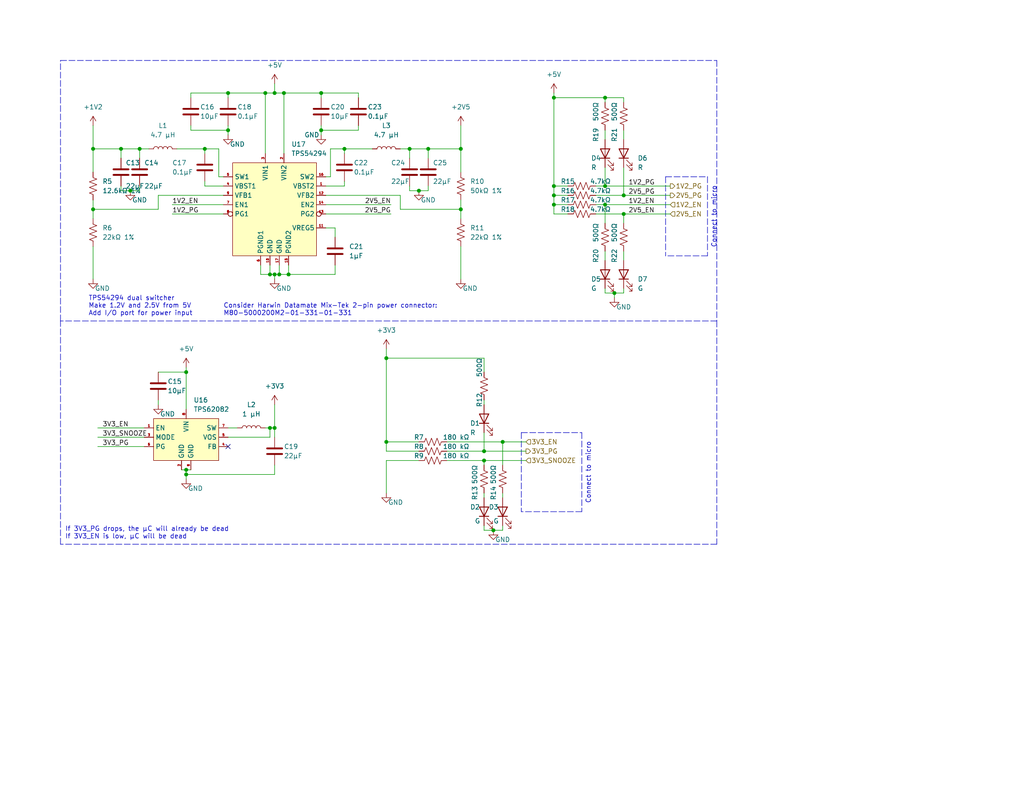
<source format=kicad_sch>
(kicad_sch (version 20211123) (generator eeschema)
  (paper "USLetter")
  (title_block (title "FOXSI-4 Plenum Board") (rev "1") (company "University of Minnesota") (comment 1 "Author: Thanasi Pantazides, panta013@umn.edu"))
  (lib_symbols
    (symbol "Device:C" (pin_numbers hide) (pin_names (offset 0.254))
      (property "Reference" "C" (at 0.635 2.54 0))
      (property "Value" "C" (at 0.635 -2.54 0))
      (symbol "C_0_1"
        (polyline (pts (xy -2.032 -0.762) (xy 2.032 -0.762)) (stroke (width 0.508)))
        (polyline (pts (xy -2.032 0.762) (xy 2.032 0.762)) (stroke (width 0.508)))
      )
      (symbol "C_1_1"
        (pin passive line (at 0 3.81 270) (length 2.794) (name "~") (number "1"))
        (pin passive line (at 0 -3.81 90) (length 2.794) (name "~") (number "2"))
      )
    )
    (symbol "Device:L" (pin_numbers hide) (pin_names (offset 1.016) hide)
      (property "Reference" "L" (at -1.27 0 90))
      (property "Value" "L" (at 1.905 0 90))
      (symbol "L_0_1"
        (arc (start 0 -2.54) (mid 0.635 -1.905) (end 0 -1.27))
        (arc (start 0 -1.27) (mid 0.635 -0.635) (end 0 0))
        (arc (start 0 0) (mid 0.635 0.635) (end 0 1.27))
        (arc (start 0 1.27) (mid 0.635 1.905) (end 0 2.54))
      )
      (symbol "L_1_1"
        (pin passive line (at 0 3.81 270) (length 1.27) (name "1") (number "1"))
        (pin passive line (at 0 -3.81 90) (length 1.27) (name "2") (number "2"))
      )
    )
    (symbol "Device:LED" (pin_numbers hide) (pin_names (offset 1.016) hide)
      (property "Reference" "D" (at 0 2.54 0))
      (property "Value" "LED" (at 0 -2.54 0))
      (symbol "LED_0_1"
        (polyline (pts (xy -1.27 -1.27) (xy -1.27 1.27)) (stroke (width 0.254)))
        (polyline (pts (xy -1.27 0) (xy 1.27 0)))
        (polyline (pts (xy 1.27 -1.27) (xy 1.27 1.27) (xy -1.27 0) (xy 1.27 -1.27)) (stroke (width 0.254)))
        (polyline (pts (xy -3.048 -0.762) (xy -4.572 -2.286) (xy -3.81 -2.286) (xy -4.572 -2.286) (xy -4.572 -1.524)))
        (polyline (pts (xy -1.778 -0.762) (xy -3.302 -2.286) (xy -2.54 -2.286) (xy -3.302 -2.286) (xy -3.302 -1.524)))
      )
      (symbol "LED_1_1"
        (pin passive line (at -3.81 0 0) (length 2.54) (name "K") (number "1"))
        (pin passive line (at 3.81 0 180) (length 2.54) (name "A") (number "2"))
      )
    )
    (symbol "Device:R_US" (pin_numbers hide) (pin_names (offset 0))
      (property "Reference" "R" (at 2.54 0 90))
      (property "Value" "R_US" (at -2.54 0 90))
      (symbol "R_US_0_1"
        (polyline (pts (xy 0 -2.286) (xy 0 -2.54)))
        (polyline (pts (xy 0 2.286) (xy 0 2.54)))
        (polyline (pts (xy 0 -0.762) (xy 1.016 -1.143) (xy 0 -1.524) (xy -1.016 -1.905) (xy 0 -2.286)))
        (polyline (pts (xy 0 0.762) (xy 1.016 0.381) (xy 0 0) (xy -1.016 -0.381) (xy 0 -0.762)))
        (polyline (pts (xy 0 2.286) (xy 1.016 1.905) (xy 0 1.524) (xy -1.016 1.143) (xy 0 0.762)))
      )
      (symbol "R_US_1_1"
        (pin passive line (at 0 3.81 270) (length 1.27) (name "~") (number "1"))
        (pin passive line (at 0 -3.81 90) (length 1.27) (name "~") (number "2"))
      )
    )
    (symbol "Regulator_Switching:TPS54294"
      (property "Reference" "U" (at 10.16 2.54 0))
      (property "Value" "TPS54294" (at 11.43 -26.67 0))
      (symbol "TPS54294_0_1"
        (rectangle (start -11.43 0) (end 11.43 -25.4) (fill (type background)))
      )
      (symbol "TPS54294_1_1"
        (pin passive line (at 13.97 -6.35 180) (length 2.54) (name "VBST2") (number "1"))
        (pin passive line (at -1.27 -27.94 90) (length 2.54) (name "GND") (number "10"))
        (pin passive line (at 13.97 -17.78 180) (length 2.54) (name "VREG5") (number "11"))
        (pin passive line (at 13.97 -8.89 180) (length 2.54) (name "VFB2") (number "12"))
        (pin output inverted (at 13.97 -13.97 180) (length 2.54) (name "PG2") (number "13"))
        (pin input line (at 13.97 -11.43 180) (length 2.54) (name "EN2") (number "14"))
        (pin passive line (at 3.81 -27.94 90) (length 2.54) (name "PGND2") (number "15"))
        (pin open_collector line (at 13.97 -3.81 180) (length 2.54) (name "SW2") (number "16"))
        (pin passive line (at 1.27 -27.94 90) (length 2.54) (name "GND") (number "17"))
        (pin power_in line (at 2.54 2.54 270) (length 2.54) (name "VIN2") (number "2"))
        (pin power_in line (at -2.54 2.54 270) (length 2.54) (name "VIN1") (number "3"))
        (pin passive line (at -13.97 -6.35 0) (length 2.54) (name "VBST1") (number "4"))
        (pin open_collector line (at -13.97 -3.81 0) (length 2.54) (name "SW1") (number "5"))
        (pin passive line (at -3.81 -27.94 90) (length 2.54) (name "PGND1") (number "6"))
        (pin input line (at -13.97 -11.43 0) (length 2.54) (name "EN1") (number "7"))
        (pin output inverted (at -13.97 -13.97 0) (length 2.54) (name "PG1") (number "8"))
        (pin passive line (at -13.97 -8.89 0) (length 2.54) (name "VFB1") (number "9"))
      )
    )
    (symbol "Regulator_Switching:TPS62082"
      (property "Reference" "U" (at -7.62 3.81 0))
      (property "Value" "TPS62082" (at 5.08 3.81 0))
      (symbol "TPS62082_0_1"
        (rectangle (start -8.89 2.54) (end 8.89 -8.89) (fill (type background)))
      )
      (symbol "TPS62082_1_1"
        (pin input line (at -11.43 0 0) (length 2.54) (name "EN") (number "1"))
        (pin passive line (at -1.27 -11.43 90) (length 2.54) (name "GND") (number "2"))
        (pin input line (at -11.43 -2.54 0) (length 2.54) (name "MODE") (number "3"))
        (pin input line (at 11.43 -5.08 180) (length 2.54) (name "FB") (number "4"))
        (pin input line (at 11.43 -2.54 180) (length 2.54) (name "VOS") (number "5"))
        (pin output line (at -11.43 -5.08 0) (length 2.54) (name "PG") (number "6"))
        (pin output line (at 11.43 0 180) (length 2.54) (name "SW") (number "7"))
        (pin power_in line (at 0 5.08 270) (length 2.54) (name "VIN") (number "8"))
        (pin passive line (at 1.27 -11.43 90) (length 2.54) (name "GND") (number "9"))
      )
    )
    (symbol "power:+1V2" (power) (pin_names (offset 0))
      (property "Value" "+1V2" (at 0 3.556 0))
      (symbol "+1V2_0_1"
        (polyline (pts (xy -0.762 1.27) (xy 0 2.54)))
        (polyline (pts (xy 0 0) (xy 0 2.54)))
        (polyline (pts (xy 0 2.54) (xy 0.762 1.27)))
      )
      (symbol "+1V2_1_1"
        (pin power_in line (at 0 0 90) (length 0) hide (name "+1V2") (number "1"))
      )
    )
    (symbol "power:+2V5" (power) (pin_names (offset 0))
      (property "Value" "+2V5" (at 0 3.556 0))
      (symbol "+2V5_0_1"
        (polyline (pts (xy -0.762 1.27) (xy 0 2.54)))
        (polyline (pts (xy 0 0) (xy 0 2.54)))
        (polyline (pts (xy 0 2.54) (xy 0.762 1.27)))
      )
      (symbol "+2V5_1_1"
        (pin power_in line (at 0 0 90) (length 0) hide (name "+2V5") (number "1"))
      )
    )
    (symbol "power:+3V3" (power) (pin_names (offset 0))
      (property "Value" "+3V3" (at 0 3.556 0))
      (symbol "+3V3_0_1"
        (polyline (pts (xy -0.762 1.27) (xy 0 2.54)))
        (polyline (pts (xy 0 0) (xy 0 2.54)))
        (polyline (pts (xy 0 2.54) (xy 0.762 1.27)))
      )
      (symbol "+3V3_1_1"
        (pin power_in line (at 0 0 90) (length 0) hide (name "+3V3") (number "1"))
      )
    )
    (symbol "power:+5V" (power) (pin_names (offset 0))
      (property "Value" "+5V" (at 0 3.556 0))
      (symbol "+5V_0_1"
        (polyline (pts (xy -0.762 1.27) (xy 0 2.54)))
        (polyline (pts (xy 0 0) (xy 0 2.54)))
        (polyline (pts (xy 0 2.54) (xy 0.762 1.27)))
      )
      (symbol "+5V_1_1"
        (pin power_in line (at 0 0 90) (length 0) hide (name "+5V") (number "1"))
      )
    )
    (symbol "power:GND" (power) (pin_names (offset 0))
      (property "Value" "GND" (at 0 -3.81 0))
      (symbol "GND_0_1"
        (polyline (pts (xy 0 0) (xy 0 -1.27) (xy 1.27 -1.27) (xy 0 -2.54) (xy -1.27 -1.27) (xy 0 -1.27)))
      )
      (symbol "GND_1_1"
        (pin power_in line (at 0 0 270) (length 0) hide (name "GND") (number "1"))
      )
    )
  )
  (junction (at 77.47 25.4))
  (junction (at 125.73 40.64))
  (junction (at 25.4 57.15))
  (junction (at 78.74 74.93))
  (junction (at 50.8 101.6))
  (junction (at 105.41 120.65))
  (junction (at 35.56 52.07))
  (junction (at 165.1 26.67))
  (junction (at 76.2 74.93))
  (junction (at 165.1 50.8))
  (junction (at 132.08 125.73))
  (junction (at 111.76 40.64))
  (junction (at 167.64 80.01))
  (junction (at 50.8 128.27))
  (junction (at 116.84 40.64))
  (junction (at 38.1 40.64))
  (junction (at 74.93 74.93))
  (junction (at 134.62 144.78))
  (junction (at 62.23 35.56))
  (junction (at 151.13 53.34))
  (junction (at 25.4 40.64))
  (junction (at 93.98 40.64))
  (junction (at 73.66 116.84))
  (junction (at 170.18 58.42))
  (junction (at 151.13 26.67))
  (junction (at 137.16 120.65))
  (junction (at 151.13 50.8))
  (junction (at 165.1 55.88))
  (junction (at 114.3 52.07))
  (junction (at 87.63 25.4))
  (junction (at 74.93 25.4))
  (junction (at 72.39 25.4))
  (junction (at 33.02 40.64))
  (junction (at 170.18 53.34))
  (junction (at 105.41 97.79))
  (junction (at 151.13 55.88))
  (junction (at 73.66 74.93))
  (junction (at 55.88 40.64))
  (junction (at 87.63 35.56))
  (junction (at 50.8 129.54))
  (junction (at 132.08 123.19))
  (junction (at 74.93 116.84))
  (junction (at 125.73 57.15))
  (junction (at 62.23 25.4))
  (no_connect (at 62.23 121.92))
  (wire (pts (xy 87.63 25.4) (xy 97.79 25.4)))
  (wire (pts (xy 132.08 127) (xy 132.08 125.73)))
  (wire (pts (xy 151.13 55.88) (xy 151.13 58.42)))
  (wire (pts (xy 93.98 40.64) (xy 101.6 40.64)))
  (wire (pts (xy 33.02 40.64) (xy 33.02 43.18)))
  (wire (pts (xy 170.18 80.01) (xy 170.18 78.74)))
  (wire (pts (xy 170.18 58.42) (xy 170.18 60.96)))
  (wire (pts (xy 71.12 74.93) (xy 73.66 74.93)))
  (wire (pts (xy 137.16 120.65) (xy 143.51 120.65)))
  (wire (pts (xy 33.02 52.07) (xy 35.56 52.07)))
  (wire (pts (xy 125.73 40.64) (xy 125.73 46.99)))
  (wire (pts (xy 48.26 40.64) (xy 55.88 40.64)))
  (wire (pts (xy 125.73 67.31) (xy 125.73 76.2)))
  (wire (pts (xy 132.08 101.6) (xy 132.08 97.79)))
  (wire (pts (xy 74.93 25.4) (xy 77.47 25.4)))
  (wire (pts (xy 52.07 34.29) (xy 52.07 35.56)))
  (wire (pts (xy 151.13 53.34) (xy 151.13 55.88)))
  (wire (pts (xy 33.02 40.64) (xy 25.4 40.64)))
  (wire (pts (xy 62.23 25.4) (xy 62.23 26.67)))
  (wire (pts (xy 132.08 109.22) (xy 132.08 110.49)))
  (wire (pts (xy 73.66 116.84) (xy 74.93 116.84)))
  (wire (pts (xy 109.22 53.34) (xy 109.22 57.15)))
  (wire (pts (xy 170.18 27.94) (xy 170.18 26.67)))
  (wire (pts (xy 111.76 40.64) (xy 111.76 43.18)))
  (wire (pts (xy 162.56 53.34) (xy 170.18 53.34)))
  (wire (pts (xy 91.44 72.39) (xy 91.44 74.93)))
  (wire (pts (xy 151.13 53.34) (xy 154.94 53.34)))
  (wire (pts (xy 111.76 52.07) (xy 114.3 52.07)))
  (wire (pts (xy 74.93 74.93) (xy 73.66 74.93)))
  (wire (pts (xy 72.39 25.4) (xy 72.39 41.91)))
  (wire (pts (xy 116.84 40.64) (xy 116.84 43.18)))
  (wire (pts (xy 52.07 26.67) (xy 52.07 25.4)))
  (wire (pts (xy 109.22 40.64) (xy 111.76 40.64)))
  (wire (pts (xy 76.2 72.39) (xy 76.2 74.93)))
  (wire (pts (xy 170.18 35.56) (xy 170.18 38.1)))
  (wire (pts (xy 165.1 80.01) (xy 167.64 80.01)))
  (wire (pts (xy 105.41 97.79) (xy 105.41 120.65)))
  (wire (pts (xy 50.8 128.27) (xy 50.8 129.54)))
  (wire (pts (xy 50.8 129.54) (xy 50.8 130.81)))
  (polyline (pts (xy 142.24 118.11) (xy 158.75 118.11)))
  (wire (pts (xy 71.12 72.39) (xy 71.12 74.93)))
  (wire (pts (xy 165.1 78.74) (xy 165.1 80.01)))
  (wire (pts (xy 43.18 53.34) (xy 60.96 53.34)))
  (wire (pts (xy 43.18 109.22) (xy 43.18 110.49)))
  (wire (pts (xy 105.41 125.73) (xy 105.41 134.62)))
  (wire (pts (xy 52.07 35.56) (xy 62.23 35.56)))
  (wire (pts (xy 165.1 35.56) (xy 165.1 38.1)))
  (wire (pts (xy 55.88 40.64) (xy 55.88 41.91)))
  (wire (pts (xy 170.18 68.58) (xy 170.18 71.12)))
  (polyline (pts (xy 195.58 87.63) (xy 16.51 87.63)))
  (wire (pts (xy 55.88 49.53) (xy 55.88 50.8)))
  (wire (pts (xy 125.73 57.15) (xy 125.73 59.69)))
  (polyline (pts (xy 16.51 148.59) (xy 16.51 87.63)))
  (wire (pts (xy 78.74 72.39) (xy 78.74 74.93)))
  (wire (pts (xy 87.63 35.56) (xy 97.79 35.56)))
  (wire (pts (xy 165.1 55.88) (xy 182.88 55.88)))
  (wire (pts (xy 165.1 68.58) (xy 165.1 71.12)))
  (wire (pts (xy 43.18 57.15) (xy 43.18 53.34)))
  (polyline (pts (xy 195.58 16.51) (xy 195.58 87.63)))
  (wire (pts (xy 125.73 40.64) (xy 125.73 34.29)))
  (polyline (pts (xy 181.61 48.26) (xy 193.04 48.26)))
  (wire (pts (xy 151.13 58.42) (xy 154.94 58.42)))
  (wire (pts (xy 151.13 55.88) (xy 154.94 55.88)))
  (wire (pts (xy 59.69 40.64) (xy 59.69 48.26)))
  (wire (pts (xy 116.84 40.64) (xy 125.73 40.64)))
  (wire (pts (xy 38.1 40.64) (xy 33.02 40.64)))
  (wire (pts (xy 170.18 53.34) (xy 182.88 53.34)))
  (wire (pts (xy 49.53 128.27) (xy 50.8 128.27)))
  (wire (pts (xy 74.93 119.38) (xy 74.93 116.84)))
  (wire (pts (xy 111.76 40.64) (xy 116.84 40.64)))
  (wire (pts (xy 87.63 25.4) (xy 87.63 26.67)))
  (wire (pts (xy 90.17 48.26) (xy 90.17 40.64)))
  (wire (pts (xy 162.56 55.88) (xy 165.1 55.88)))
  (wire (pts (xy 74.93 110.49) (xy 74.93 116.84)))
  (wire (pts (xy 62.23 25.4) (xy 72.39 25.4)))
  (wire (pts (xy 162.56 50.8) (xy 165.1 50.8)))
  (wire (pts (xy 93.98 49.53) (xy 93.98 50.8)))
  (wire (pts (xy 116.84 52.07) (xy 116.84 50.8)))
  (wire (pts (xy 50.8 128.27) (xy 52.07 128.27)))
  (wire (pts (xy 72.39 116.84) (xy 73.66 116.84)))
  (wire (pts (xy 132.08 123.19) (xy 143.51 123.19)))
  (wire (pts (xy 26.67 121.92) (xy 39.37 121.92)))
  (wire (pts (xy 25.4 54.61) (xy 25.4 57.15)))
  (wire (pts (xy 151.13 50.8) (xy 154.94 50.8)))
  (wire (pts (xy 77.47 25.4) (xy 87.63 25.4)))
  (wire (pts (xy 151.13 25.4) (xy 151.13 26.67)))
  (wire (pts (xy 26.67 116.84) (xy 39.37 116.84)))
  (wire (pts (xy 109.22 57.15) (xy 125.73 57.15)))
  (wire (pts (xy 88.9 53.34) (xy 109.22 53.34)))
  (wire (pts (xy 25.4 57.15) (xy 43.18 57.15)))
  (wire (pts (xy 76.2 74.93) (xy 74.93 74.93)))
  (wire (pts (xy 132.08 125.73) (xy 143.51 125.73)))
  (wire (pts (xy 165.1 50.8) (xy 182.88 50.8)))
  (wire (pts (xy 121.92 125.73) (xy 132.08 125.73)))
  (wire (pts (xy 87.63 35.56) (xy 87.63 36.83)))
  (wire (pts (xy 151.13 26.67) (xy 151.13 50.8)))
  (wire (pts (xy 55.88 40.64) (xy 59.69 40.64)))
  (polyline (pts (xy 158.75 118.11) (xy 158.75 139.7)))
  (wire (pts (xy 132.08 118.11) (xy 132.08 123.19)))
  (wire (pts (xy 105.41 120.65) (xy 105.41 123.19)))
  (wire (pts (xy 50.8 100.33) (xy 50.8 101.6)))
  (wire (pts (xy 125.73 54.61) (xy 125.73 57.15)))
  (wire (pts (xy 60.96 55.88) (xy 46.99 55.88)))
  (wire (pts (xy 25.4 67.31) (xy 25.4 76.2)))
  (wire (pts (xy 73.66 74.93) (xy 73.66 72.39)))
  (wire (pts (xy 88.9 55.88) (xy 106.68 55.88)))
  (polyline (pts (xy 195.58 87.63) (xy 195.58 148.59)))
  (wire (pts (xy 91.44 64.77) (xy 91.44 62.23)))
  (wire (pts (xy 121.92 120.65) (xy 137.16 120.65)))
  (wire (pts (xy 62.23 35.56) (xy 62.23 36.83)))
  (wire (pts (xy 59.69 48.26) (xy 60.96 48.26)))
  (wire (pts (xy 121.92 123.19) (xy 132.08 123.19)))
  (polyline (pts (xy 181.61 48.26) (xy 181.61 69.85)))
  (wire (pts (xy 97.79 34.29) (xy 97.79 35.56)))
  (wire (pts (xy 87.63 34.29) (xy 87.63 35.56)))
  (polyline (pts (xy 16.51 87.63) (xy 16.51 16.51)))
  (wire (pts (xy 137.16 134.62) (xy 137.16 135.89)))
  (wire (pts (xy 46.99 58.42) (xy 60.96 58.42)))
  (wire (pts (xy 93.98 50.8) (xy 88.9 50.8)))
  (wire (pts (xy 137.16 120.65) (xy 137.16 127)))
  (wire (pts (xy 88.9 48.26) (xy 90.17 48.26)))
  (wire (pts (xy 50.8 101.6) (xy 50.8 111.76)))
  (wire (pts (xy 132.08 134.62) (xy 132.08 135.89)))
  (wire (pts (xy 74.93 74.93) (xy 74.93 76.2)))
  (wire (pts (xy 74.93 127) (xy 74.93 129.54)))
  (wire (pts (xy 78.74 74.93) (xy 76.2 74.93)))
  (wire (pts (xy 33.02 50.8) (xy 33.02 52.07)))
  (wire (pts (xy 165.1 45.72) (xy 165.1 50.8)))
  (wire (pts (xy 62.23 34.29) (xy 62.23 35.56)))
  (wire (pts (xy 114.3 123.19) (xy 105.41 123.19)))
  (polyline (pts (xy 158.75 139.7) (xy 142.24 139.7)))
  (wire (pts (xy 88.9 58.42) (xy 106.68 58.42)))
  (wire (pts (xy 35.56 52.07) (xy 38.1 52.07)))
  (wire (pts (xy 74.93 129.54) (xy 50.8 129.54)))
  (wire (pts (xy 90.17 40.64) (xy 93.98 40.64)))
  (wire (pts (xy 38.1 52.07) (xy 38.1 50.8)))
  (wire (pts (xy 25.4 40.64) (xy 25.4 34.29)))
  (wire (pts (xy 137.16 144.78) (xy 134.62 144.78)))
  (polyline (pts (xy 195.58 148.59) (xy 16.51 148.59)))
  (polyline (pts (xy 193.04 69.85) (xy 181.61 69.85)))
  (wire (pts (xy 170.18 26.67) (xy 165.1 26.67)))
  (wire (pts (xy 165.1 55.88) (xy 165.1 60.96)))
  (wire (pts (xy 151.13 26.67) (xy 165.1 26.67)))
  (wire (pts (xy 91.44 62.23) (xy 88.9 62.23)))
  (wire (pts (xy 165.1 27.94) (xy 165.1 26.67)))
  (wire (pts (xy 50.8 101.6) (xy 43.18 101.6)))
  (polyline (pts (xy 16.51 16.51) (xy 195.58 16.51)))
  (wire (pts (xy 73.66 119.38) (xy 73.66 116.84)))
  (wire (pts (xy 116.84 52.07) (xy 114.3 52.07)))
  (wire (pts (xy 40.64 40.64) (xy 38.1 40.64)))
  (wire (pts (xy 26.67 119.38) (xy 39.37 119.38)))
  (wire (pts (xy 105.41 95.25) (xy 105.41 97.79)))
  (wire (pts (xy 62.23 116.84) (xy 64.77 116.84)))
  (wire (pts (xy 72.39 25.4) (xy 74.93 25.4)))
  (wire (pts (xy 114.3 120.65) (xy 105.41 120.65)))
  (wire (pts (xy 170.18 45.72) (xy 170.18 53.34)))
  (wire (pts (xy 170.18 58.42) (xy 182.88 58.42)))
  (wire (pts (xy 137.16 143.51) (xy 137.16 144.78)))
  (wire (pts (xy 91.44 74.93) (xy 78.74 74.93)))
  (wire (pts (xy 114.3 125.73) (xy 105.41 125.73)))
  (wire (pts (xy 93.98 40.64) (xy 93.98 41.91)))
  (wire (pts (xy 25.4 40.64) (xy 25.4 46.99)))
  (wire (pts (xy 52.07 25.4) (xy 62.23 25.4)))
  (wire (pts (xy 132.08 143.51) (xy 132.08 144.78)))
  (polyline (pts (xy 193.04 48.26) (xy 193.04 69.85)))
  (wire (pts (xy 77.47 25.4) (xy 77.47 41.91)))
  (wire (pts (xy 167.64 80.01) (xy 170.18 80.01)))
  (wire (pts (xy 134.62 144.78) (xy 132.08 144.78)))
  (wire (pts (xy 167.64 81.28) (xy 167.64 80.01)))
  (wire (pts (xy 111.76 50.8) (xy 111.76 52.07)))
  (wire (pts (xy 55.88 50.8) (xy 60.96 50.8)))
  (wire (pts (xy 25.4 59.69) (xy 25.4 57.15)))
  (wire (pts (xy 151.13 50.8) (xy 151.13 53.34)))
  (wire (pts (xy 162.56 58.42) (xy 170.18 58.42)))
  (wire (pts (xy 38.1 40.64) (xy 38.1 43.18)))
  (wire (pts (xy 62.23 119.38) (xy 73.66 119.38)))
  (wire (pts (xy 132.08 97.79) (xy 105.41 97.79)))
  (polyline (pts (xy 142.24 118.11) (xy 142.24 139.7)))
  (wire (pts (xy 74.93 22.86) (xy 74.93 25.4)))
  (wire (pts (xy 97.79 25.4) (xy 97.79 26.67)))
  (text "TPS54294 dual switcher\nMake 1.2V and 2.5V from 5V\nAdd I/O port for power input\n" (at 24.13 86.36 0) (effects (font (size 1.27 1.27)) (justify left bottom)))
  (text "Connect to micro" (at 161.29 120.65 270) (effects (font (size 1.27 1.27)) (justify right bottom)))
  (text "Connect to micro" (at 195.58 50.8 270) (effects (font (size 1.27 1.27)) (justify right bottom)))
  (text "Consider Harwin Datamate Mix-Tek 2-pin power connector:\nM80-5000200M2-01-331-01-331" (at 60.96 86.36 0) (effects (font (size 1.27 1.27)) (justify left bottom)))
  (text "If 3V3_PG drops, the µC will already be dead\nIf 3V3_EN is low, µC will be dead" (at 17.78 147.32 0) (effects (font (size 1.27 1.27)) (justify left bottom)))
  (label "3V3_PG" (at 27.94 121.92 0))
  (label "2V5_EN" (at 171.45 58.42 0))
  (label "1V2_PG" (at 171.45 50.8 0))
  (label "1V2_EN" (at 46.99 55.88 0))
  (label "3V3_SNOOZE" (at 27.94 119.38 0))
  (label "2V5_EN" (at 106.68 55.88 180))
  (label "1V2_EN" (at 171.45 55.88 0))
  (label "3V3_EN" (at 27.94 116.84 0))
  (label "1V2_PG" (at 46.99 58.42 0))
  (label "2V5_PG" (at 171.45 53.34 0))
  (label "2V5_PG" (at 106.68 58.42 180))
  (hierarchical_label "1V2_PG" (shape output) (at 182.88 50.8 0))
  (hierarchical_label "3V3_PG" (shape output) (at 143.51 123.19 0))
  (hierarchical_label "1V2_EN" (shape input) (at 182.88 55.88 0))
  (hierarchical_label "3V3_EN" (shape input) (at 143.51 120.65 0))
  (hierarchical_label "3V3_SNOOZE" (shape input) (at 143.51 125.73 0))
  (hierarchical_label "2V5_PG" (shape output) (at 182.88 53.34 0))
  (hierarchical_label "2V5_EN" (shape input) (at 182.88 58.42 0))
  (symbol (lib_id "Device:R_US") (at 158.75 50.8 90) (unit 1)
    (property "Reference" "R15" (at 154.94 49.53 90))
    (property "Value" "4.7kΩ" (at 163.83 49.53 90))
    (property "Footprint" "Resistor_SMD:R_0603_1608Metric" (effects hide))
  )
  (symbol (lib_id "Device:LED") (at 170.18 41.91 90) (unit 1)
    (property "Reference" "D6" (at 173.99 43.18 90) (effects (justify right)))
    (property "Value" "R" (at 173.99 45.72 90) (effects (justify right)))
  )
  (symbol (lib_id "power:+5V") (at 50.8 100.33 0) (unit 1)
    (property "Reference" "#PWR0150" (effects hide))
    (property "Value" "+5V" (at 50.8 95.25 0))
  )
  (symbol (lib_id "Device:R_US") (at 158.75 55.88 90) (unit 1)
    (property "Reference" "R17" (at 154.94 54.61 90))
    (property "Value" "4.7kΩ" (at 163.83 54.61 90))
    (property "Footprint" "Resistor_SMD:R_0603_1608Metric" (effects hide))
  )
  (symbol (lib_id "Device:C") (at 55.88 45.72 180) (unit 1)
    (property "Reference" "C17" (at 46.99 44.45 0) (effects (justify right)))
    (property "Value" "0.1µF" (at 46.99 46.99 0) (effects (justify right)))
    (property "Footprint" "Capacitor_SMD:C_0402_1005Metric" (effects hide))
  )
  (symbol (lib_id "power:+1V2") (at 25.4 34.29 0) (unit 1)
    (property "Reference" "#PWR0152" (effects hide))
    (property "Value" "+1V2" (at 25.4 29.21 0))
  )
  (symbol (lib_id "Device:LED") (at 137.16 139.7 90) (unit 1)
    (property "Reference" "D3" (at 133.35 138.43 90) (effects (justify right)))
    (property "Value" "G" (at 134.62 142.24 90) (effects (justify right)))
  )
  (symbol (lib_id "Device:R_US") (at 137.16 130.81 0) (unit 1)
    (property "Reference" "R14" (at 134.62 134.62 90))
    (property "Value" "500Ω" (at 134.62 129.54 90))
    (property "Footprint" "Resistor_SMD:R_0603_1608Metric" (effects hide))
  )
  (symbol (lib_id "Device:C") (at 97.79 30.48 180) (unit 1)
    (property "Reference" "C23" (at 100.33 29.21 0) (effects (justify right)))
    (property "Value" "0.1µF" (at 100.33 31.75 0) (effects (justify right)))
    (property "Footprint" "Capacitor_SMD:C_0402_1005Metric" (effects hide))
  )
  (symbol (lib_id "Device:C") (at 91.44 68.58 0) (unit 1)
    (property "Reference" "C21" (at 95.25 67.3099 0) (effects (justify left)))
    (property "Value" "1µF" (at 95.25 69.8499 0) (effects (justify left)))
    (property "Footprint" "Capacitor_SMD:C_0603_1608Metric" (effects hide))
  )
  (symbol (lib_id "power:GND") (at 74.93 76.2 0) (unit 1)
    (property "Reference" "#PWR0157" (effects hide))
    (property "Value" "GND" (at 77.47 78.74 0))
  )
  (symbol (lib_id "power:GND") (at 62.23 36.83 0) (unit 1)
    (property "Reference" "#PWR0163" (effects hide))
    (property "Value" "GND" (at 64.77 39.37 0))
  )
  (symbol (lib_id "power:+2V5") (at 125.73 34.29 0) (unit 1)
    (property "Reference" "#PWR0165" (effects hide))
    (property "Value" "+2V5" (at 125.73 29.21 0))
  )
  (symbol (lib_id "Device:R_US") (at 165.1 64.77 0) (unit 1)
    (property "Reference" "R20" (at 162.56 69.85 90))
    (property "Value" "500Ω" (at 162.56 63.5 90))
    (property "Footprint" "Resistor_SMD:R_0603_1608Metric" (effects hide))
  )
  (symbol (lib_id "Device:R_US") (at 170.18 31.75 0) (unit 1)
    (property "Reference" "R21" (at 167.64 36.83 90))
    (property "Value" "500Ω" (at 167.64 30.48 90))
    (property "Footprint" "Resistor_SMD:R_0603_1608Metric" (effects hide))
  )
  (symbol (lib_id "Device:C") (at 43.18 105.41 180) (unit 1)
    (property "Reference" "C15" (at 45.72 104.14 0) (effects (justify right)))
    (property "Value" "10µF" (at 45.72 106.68 0) (effects (justify right)))
    (property "Footprint" "Capacitor_SMD:C_0805_2012Metric" (effects hide))
  )
  (symbol (lib_id "power:GND") (at 50.8 130.81 0) (unit 1)
    (property "Reference" "#PWR0160" (effects hide))
    (property "Value" "GND" (at 53.34 133.35 0))
  )
  (symbol (lib_id "power:GND") (at 114.3 52.07 0) (unit 1)
    (property "Reference" "#PWR0167" (effects hide))
    (property "Value" "GND" (at 116.84 54.61 0))
  )
  (symbol (lib_id "Device:R_US") (at 125.73 50.8 0) (unit 1)
    (property "Reference" "R10" (at 128.27 49.5299 0) (effects (justify left)))
    (property "Value" "50kΩ 1%" (at 128.27 52.0699 0) (effects (justify left)))
    (property "Footprint" "Resistor_SMD:R_0603_1608Metric" (effects hide))
  )
  (symbol (lib_id "Device:R_US") (at 25.4 63.5 180) (unit 1)
    (property "Reference" "R6" (at 27.94 62.2299 0) (effects (justify right)))
    (property "Value" "22kΩ 1%" (at 27.94 64.7699 0) (effects (justify right)))
    (property "Footprint" "Resistor_SMD:R_0603_1608Metric" (effects hide))
  )
  (symbol (lib_id "Device:R_US") (at 132.08 130.81 0) (unit 1)
    (property "Reference" "R13" (at 129.54 134.62 90))
    (property "Value" "500Ω" (at 129.54 129.54 90))
    (property "Footprint" "Resistor_SMD:R_0603_1608Metric" (effects hide))
  )
  (symbol (lib_id "Device:R_US") (at 132.08 105.41 0) (unit 1)
    (property "Reference" "R12" (at 130.81 109.22 90))
    (property "Value" "500Ω" (at 130.81 100.33 90))
    (property "Footprint" "Resistor_SMD:R_0603_1608Metric" (effects hide))
  )
  (symbol (lib_id "Regulator_Switching:TPS62082") (at 50.8 116.84 0) (unit 1)
    (property "Reference" "U16" (at 52.8194 109.22 0) (effects (justify left)))
    (property "Value" "TPS62082" (at 52.8194 111.76 0) (effects (justify left)))
    (property "Footprint" "Package_SON:WSON-8-1EP_2x2mm_P0.5mm_EP0.9x1.6mm" (effects hide))
    (property "Datasheet" "https://www.ti.com/lit/ds/symlink/tps62080.pdf?HQS=dis-dk-null-digikeymode-dsf-pf-null-wwe&ts=1658501893964" (effects hide))
    (property "Digikey" "296-29647-1-ND" (effects hide))
  )
  (symbol (lib_id "Device:LED") (at 132.08 139.7 90) (unit 1)
    (property "Reference" "D2" (at 128.27 138.43 90) (effects (justify right)))
    (property "Value" "G" (at 129.54 142.24 90) (effects (justify right)))
  )
  (symbol (lib_id "power:GND") (at 35.56 52.07 0) (unit 1)
    (property "Reference" "#PWR0154" (effects hide))
    (property "Value" "GND" (at 38.1 54.61 0))
  )
  (symbol (lib_id "Device:C") (at 62.23 30.48 180) (unit 1)
    (property "Reference" "C18" (at 64.77 29.21 0) (effects (justify right)))
    (property "Value" "0.1µF" (at 64.77 31.75 0) (effects (justify right)))
    (property "Footprint" "Capacitor_SMD:C_0402_1005Metric" (effects hide))
  )
  (symbol (lib_id "Device:LED") (at 165.1 41.91 90) (unit 1)
    (property "Reference" "D4" (at 161.29 43.18 90) (effects (justify right)))
    (property "Value" "R" (at 161.29 45.72 90) (effects (justify right)))
    (property "Footprint" "Capacitor_SMD:C_0402_1005Metric" (effects hide))
  )
  (symbol (lib_id "Device:R_US") (at 25.4 50.8 180) (unit 1)
    (property "Reference" "R5" (at 27.94 49.5299 0) (effects (justify right)))
    (property "Value" "12.6kΩ 1%" (at 27.94 52.0699 0) (effects (justify right)))
    (property "Footprint" "Resistor_SMD:R_0603_1608Metric" (effects hide))
  )
  (symbol (lib_id "Device:C") (at 38.1 46.99 180) (unit 1)
    (property "Reference" "C14" (at 39.37 44.45 0) (effects (justify right)))
    (property "Value" "22µF" (at 39.37 50.8 0) (effects (justify right)))
    (property "Footprint" "Capacitor_SMD:C_1206_3216Metric" (effects hide))
  )
  (symbol (lib_id "Device:C") (at 33.02 46.99 180) (unit 1)
    (property "Reference" "C13" (at 34.29 44.45 0) (effects (justify right)))
    (property "Value" "22µF" (at 34.29 50.8 0) (effects (justify right)))
    (property "Footprint" "Capacitor_SMD:C_1206_3216Metric" (effects hide))
  )
  (symbol (lib_id "power:+3V3") (at 74.93 110.49 0) (unit 1)
    (property "Reference" "#PWR0159" (effects hide))
    (property "Value" "+3V3" (at 74.93 105.41 0))
  )
  (symbol (lib_id "Device:L") (at 105.41 40.64 90) (unit 1)
    (property "Reference" "L3" (at 105.41 34.29 90))
    (property "Value" "4.7 µH" (at 105.41 36.83 90))
    (property "Footprint" "Inductor_SMD:L_Wuerth_MAPI-4030" (effects hide))
    (property "Datasheet" "https://www.we-online.com/katalog/datasheet/74438357047.pdf" (effects hide))
    (property "Digikey" "732-11202-1-ND" (effects hide))
  )
  (symbol (lib_id "Regulator_Switching:TPS54294") (at 74.93 44.45 0) (unit 1)
    (property "Reference" "U17" (at 79.4894 39.37 0) (effects (justify left)))
    (property "Value" "TPS54294" (at 79.4894 41.91 0) (effects (justify left)))
    (property "Footprint" "Package_DFN_QFN:Texas_S-PVQFN-N16_EP2.7x2.7mm" (effects hide))
    (property "Datasheet" "https://www.ti.com/lit/ds/symlink/tps54294.pdf?HQS=dis-dk-null-digikeymode-dsf-pf-null-wwe&ts=1657577853680" (effects hide))
    (property "Digikey" "296-36392-1-ND" (effects hide))
  )
  (symbol (lib_id "Device:R_US") (at 118.11 125.73 270) (unit 1)
    (property "Reference" "R9" (at 114.3 124.46 90))
    (property "Value" "180 kΩ" (at 124.46 124.46 90))
    (property "Footprint" "Resistor_SMD:R_0603_1608Metric" (effects hide))
  )
  (symbol (lib_id "power:GND") (at 43.18 110.49 0) (unit 1)
    (property "Reference" "#PWR0151" (effects hide))
    (property "Value" "GND" (at 45.72 113.03 0))
  )
  (symbol (lib_id "power:GND") (at 25.4 76.2 0) (unit 1)
    (property "Reference" "#PWR0153" (effects hide))
    (property "Value" "GND" (at 27.94 78.74 0))
  )
  (symbol (lib_id "Device:C") (at 52.07 30.48 180) (unit 1)
    (property "Reference" "C16" (at 54.61 29.21 0) (effects (justify right)))
    (property "Value" "10µF" (at 54.61 31.75 0) (effects (justify right)))
    (property "Footprint" "Capacitor_SMD:C_0805_2012Metric" (effects hide))
  )
  (symbol (lib_id "Device:R_US") (at 170.18 64.77 0) (unit 1)
    (property "Reference" "R22" (at 167.64 69.85 90))
    (property "Value" "500Ω" (at 167.64 63.5 90))
    (property "Footprint" "Resistor_SMD:R_0603_1608Metric" (effects hide))
  )
  (symbol (lib_id "Device:R_US") (at 125.73 63.5 0) (unit 1)
    (property "Reference" "R11" (at 128.27 62.2299 0) (effects (justify left)))
    (property "Value" "22kΩ 1%" (at 128.27 64.7699 0) (effects (justify left)))
    (property "Footprint" "Resistor_SMD:R_0603_1608Metric" (effects hide))
  )
  (symbol (lib_id "Device:C") (at 93.98 45.72 0) (unit 1)
    (property "Reference" "C22" (at 96.52 44.45 0) (effects (justify left)))
    (property "Value" "0.1µF" (at 96.52 46.99 0) (effects (justify left)))
    (property "Footprint" "Capacitor_SMD:C_0402_1005Metric" (effects hide))
  )
  (symbol (lib_id "Device:LED") (at 170.18 74.93 90) (unit 1)
    (property "Reference" "D7" (at 173.99 76.2 90) (effects (justify right)))
    (property "Value" "G" (at 173.99 78.74 90) (effects (justify right)))
  )
  (symbol (lib_id "power:GND") (at 105.41 134.62 0) (unit 1)
    (property "Reference" "#PWR0168" (effects hide))
    (property "Value" "GND" (at 107.95 137.16 0))
  )
  (symbol (lib_id "Device:R_US") (at 118.11 120.65 270) (unit 1)
    (property "Reference" "R7" (at 114.3 119.38 90))
    (property "Value" "180 kΩ" (at 124.46 119.38 90))
    (property "Footprint" "Resistor_SMD:R_0603_1608Metric" (effects hide))
  )
  (symbol (lib_id "Device:R_US") (at 165.1 31.75 0) (unit 1)
    (property "Reference" "R19" (at 162.56 36.83 90))
    (property "Value" "500Ω" (at 162.56 30.48 90))
    (property "Footprint" "Resistor_SMD:R_0603_1608Metric" (effects hide))
  )
  (symbol (lib_id "power:GND") (at 167.64 81.28 0) (unit 1)
    (property "Reference" "#PWR0155" (effects hide))
    (property "Value" "GND" (at 170.18 83.82 0))
  )
  (symbol (lib_id "power:GND") (at 87.63 36.83 0) (unit 1)
    (property "Reference" "#PWR0162" (effects hide))
    (property "Value" "GND" (at 85.09 36.83 0))
  )
  (symbol (lib_id "Device:R_US") (at 158.75 58.42 90) (unit 1)
    (property "Reference" "R18" (at 154.94 57.15 90))
    (property "Value" "4.7kΩ" (at 163.83 57.15 90))
    (property "Footprint" "Resistor_SMD:R_0603_1608Metric" (effects hide))
  )
  (symbol (lib_id "power:+5V") (at 74.93 22.86 0) (unit 1)
    (property "Reference" "#PWR0164" (effects hide))
    (property "Value" "+5V" (at 74.93 17.78 0))
  )
  (symbol (lib_id "Device:L") (at 44.45 40.64 90) (unit 1)
    (property "Reference" "L1" (at 44.45 34.29 90))
    (property "Value" "4.7 µH" (at 44.45 36.83 90))
    (property "Footprint" "Inductor_SMD:L_Wuerth_MAPI-4030" (effects hide))
    (property "Datasheet" "https://www.we-online.com/katalog/datasheet/74438357047.pdf" (effects hide))
    (property "Digikey" "732-11202-1-ND" (effects hide))
  )
  (symbol (lib_id "Device:C") (at 74.93 123.19 180) (unit 1)
    (property "Reference" "C19" (at 77.47 121.92 0) (effects (justify right)))
    (property "Value" "22µF" (at 77.47 124.46 0) (effects (justify right)))
    (property "Footprint" "Capacitor_SMD:C_0805_2012Metric" (effects hide))
  )
  (symbol (lib_id "Device:L") (at 68.58 116.84 90) (unit 1)
    (property "Reference" "L2" (at 68.58 110.49 90))
    (property "Value" "1 µH" (at 68.58 113.03 90))
    (property "Footprint" "Inductor_SMD:L_Wuerth_MAPI-3020" (effects hide))
    (property "Datasheet" "https://www.we-online.com/katalog/datasheet/74438336010.pdf" (effects hide))
    (property "Digikey" "732-5693-1-ND" (effects hide))
  )
  (symbol (lib_id "Device:C") (at 111.76 46.99 180) (unit 1)
    (property "Reference" "C24" (at 106.68 44.45 0) (effects (justify right)))
    (property "Value" "22µF" (at 106.68 49.53 0) (effects (justify right)))
    (property "Footprint" "Capacitor_SMD:C_1206_3216Metric" (effects hide))
  )
  (symbol (lib_id "Device:R_US") (at 158.75 53.34 90) (unit 1)
    (property "Reference" "R16" (at 154.94 52.07 90))
    (property "Value" "4.7kΩ" (at 163.83 52.07 90))
    (property "Footprint" "Resistor_SMD:R_0603_1608Metric" (effects hide))
  )
  (symbol (lib_id "Device:LED") (at 165.1 74.93 90) (unit 1)
    (property "Reference" "D5" (at 161.29 76.2 90) (effects (justify right)))
    (property "Value" "G" (at 161.29 78.74 90) (effects (justify right)))
  )
  (symbol (lib_id "power:+3V3") (at 105.41 95.25 0) (unit 1)
    (property "Reference" "#PWR0158" (effects hide))
    (property "Value" "+3V3" (at 105.41 90.17 0))
  )
  (symbol (lib_id "power:GND") (at 134.62 144.78 0) (unit 1)
    (property "Reference" "#PWR0161" (effects hide))
    (property "Value" "GND" (at 137.16 147.32 0))
  )
  (symbol (lib_id "power:GND") (at 125.73 76.2 0) (unit 1)
    (property "Reference" "#PWR0166" (effects hide))
    (property "Value" "GND" (at 128.27 78.74 0))
  )
  (symbol (lib_id "Device:C") (at 87.63 30.48 180) (unit 1)
    (property "Reference" "C20" (at 90.17 29.21 0) (effects (justify right)))
    (property "Value" "10µF" (at 90.17 31.75 0) (effects (justify right)))
    (property "Footprint" "Capacitor_SMD:C_0805_2012Metric" (effects hide))
  )
  (symbol (lib_id "Device:C") (at 116.84 46.99 180) (unit 1)
    (property "Reference" "C25" (at 118.11 44.45 0) (effects (justify right)))
    (property "Value" "22µF" (at 118.11 49.53 0) (effects (justify right)))
    (property "Footprint" "Capacitor_SMD:C_1206_3216Metric" (effects hide))
  )
  (symbol (lib_id "power:+5V") (at 151.13 25.4 0) (unit 1)
    (property "Reference" "#PWR0156" (effects hide))
    (property "Value" "+5V" (at 151.13 20.32 0))
  )
  (symbol (lib_id "Device:R_US") (at 118.11 123.19 270) (unit 1)
    (property "Reference" "R8" (at 114.3 121.92 90))
    (property "Value" "180 kΩ" (at 124.46 121.92 90))
    (property "Footprint" "Resistor_SMD:R_0603_1608Metric" (effects hide))
  )
  (symbol (lib_id "Device:LED") (at 132.08 114.3 90) (unit 1)
    (property "Reference" "D1" (at 128.27 115.57 90) (effects (justify right)))
    (property "Value" "R" (at 128.27 118.11 90) (effects (justify right)))
  )
)
</source>
